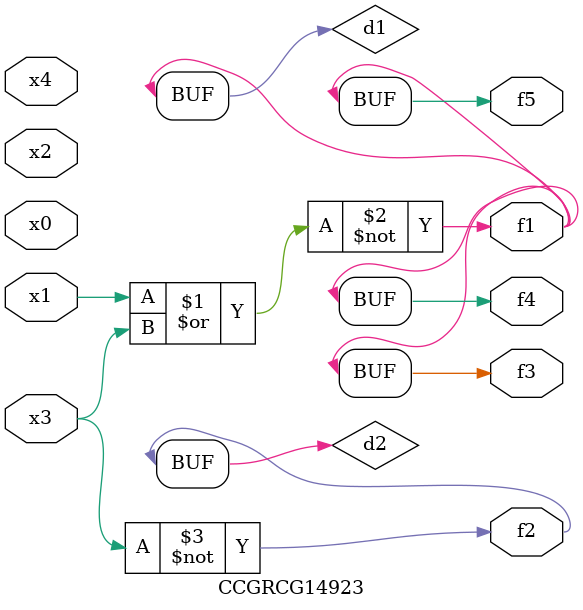
<source format=v>
module CCGRCG14923(
	input x0, x1, x2, x3, x4,
	output f1, f2, f3, f4, f5
);

	wire d1, d2;

	nor (d1, x1, x3);
	not (d2, x3);
	assign f1 = d1;
	assign f2 = d2;
	assign f3 = d1;
	assign f4 = d1;
	assign f5 = d1;
endmodule

</source>
